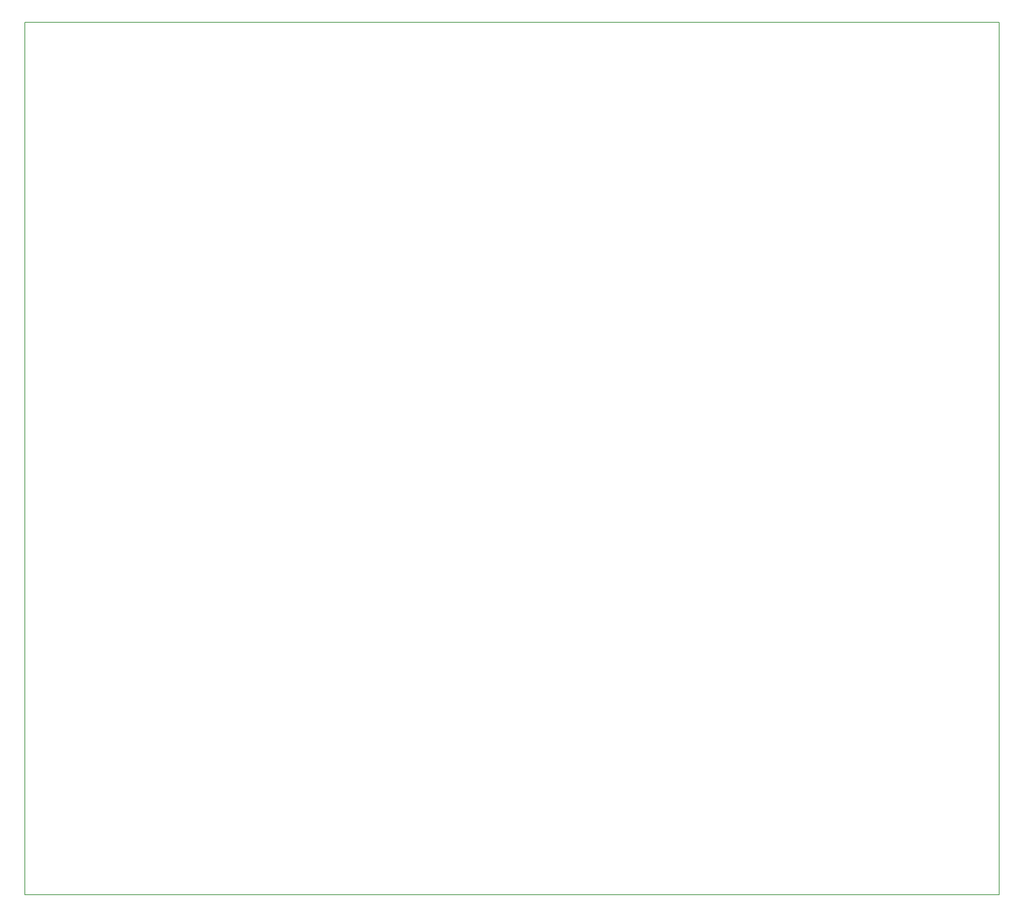
<source format=gbr>
%TF.GenerationSoftware,KiCad,Pcbnew,(6.0.0)*%
%TF.CreationDate,2022-02-22T13:29:26+00:00*%
%TF.ProjectId,Audionote Kit four v2,41756469-6f6e-46f7-9465-204b69742066,rev?*%
%TF.SameCoordinates,Original*%
%TF.FileFunction,Profile,NP*%
%FSLAX46Y46*%
G04 Gerber Fmt 4.6, Leading zero omitted, Abs format (unit mm)*
G04 Created by KiCad (PCBNEW (6.0.0)) date 2022-02-22 13:29:26*
%MOMM*%
%LPD*%
G01*
G04 APERTURE LIST*
%TA.AperFunction,Profile*%
%ADD10C,0.200000*%
%TD*%
G04 APERTURE END LIST*
D10*
X285380000Y-239380000D02*
X56150000Y-239380000D01*
X56150000Y-239380000D02*
X56150000Y-34020000D01*
X56150000Y-34020000D02*
X285380000Y-34020000D01*
X285380000Y-34020000D02*
X285380000Y-239380000D01*
M02*

</source>
